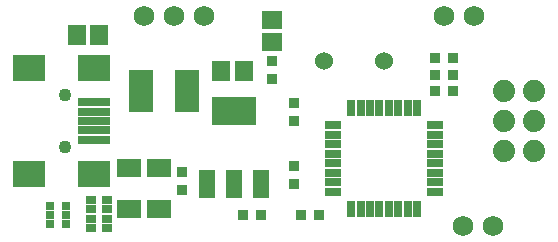
<source format=gts>
G75*
G70*
%OFA0B0*%
%FSLAX24Y24*%
%IPPOS*%
%LPD*%
%AMOC8*
5,1,8,0,0,1.08239X$1,22.5*
%
%ADD10R,0.0380X0.0380*%
%ADD11C,0.0600*%
%ADD12R,0.1064X0.0277*%
%ADD13R,0.1064X0.0867*%
%ADD14C,0.0434*%
%ADD15R,0.0789X0.0631*%
%ADD16R,0.0828X0.1419*%
%ADD17C,0.0740*%
%ADD18R,0.0592X0.0671*%
%ADD19R,0.0316X0.0277*%
%ADD20R,0.0316X0.0316*%
%ADD21R,0.0336X0.0277*%
%ADD22R,0.0300X0.0580*%
%ADD23R,0.0580X0.0300*%
%ADD24R,0.0560X0.0960*%
%ADD25R,0.1497X0.0946*%
%ADD26R,0.0671X0.0592*%
%ADD27C,0.0680*%
D10*
X006660Y002235D03*
X006660Y002835D03*
X008710Y001410D03*
X009310Y001410D03*
X010635Y001410D03*
X011235Y001410D03*
X010410Y002435D03*
X010410Y003035D03*
X010410Y004535D03*
X010410Y005135D03*
X009660Y005935D03*
X009660Y006535D03*
X015110Y006635D03*
X015710Y006635D03*
X015710Y006085D03*
X015110Y006085D03*
X015110Y005535D03*
X015710Y005535D03*
D11*
X013410Y006535D03*
X011410Y006535D03*
D12*
X003744Y005165D03*
X003744Y004850D03*
X003744Y004535D03*
X003744Y004220D03*
X003744Y003905D03*
D13*
X003744Y002763D03*
X001579Y002763D03*
X001579Y006307D03*
X003744Y006307D03*
D14*
X002760Y005401D03*
X002760Y003669D03*
D15*
X004910Y002954D03*
X005910Y002954D03*
X005910Y001616D03*
X004910Y001616D03*
D16*
X005292Y005535D03*
X006828Y005535D03*
D17*
X017410Y005535D03*
X018410Y005535D03*
X018410Y004535D03*
X017410Y004535D03*
X017410Y003535D03*
X018410Y003535D03*
D18*
X008734Y006210D03*
X007986Y006210D03*
X003909Y007410D03*
X003161Y007410D03*
D19*
X002259Y001115D03*
X002811Y001115D03*
X002811Y001705D03*
X002259Y001705D03*
D20*
X002259Y001410D03*
X002811Y001410D03*
D21*
X003644Y001278D03*
X004176Y001278D03*
X004176Y001592D03*
X003644Y001592D03*
X003644Y001907D03*
X004176Y001907D03*
X004176Y000963D03*
X003644Y000963D03*
D22*
X012308Y001595D03*
X012623Y001595D03*
X012938Y001595D03*
X013253Y001595D03*
X013567Y001595D03*
X013882Y001595D03*
X014197Y001595D03*
X014512Y001595D03*
X014512Y004975D03*
X014197Y004975D03*
X013882Y004975D03*
X013567Y004975D03*
X013253Y004975D03*
X012938Y004975D03*
X012623Y004975D03*
X012308Y004975D03*
D23*
X011720Y004387D03*
X011720Y004072D03*
X011720Y003757D03*
X011720Y003442D03*
X011720Y003128D03*
X011720Y002813D03*
X011720Y002498D03*
X011720Y002183D03*
X015100Y002183D03*
X015100Y002498D03*
X015100Y002813D03*
X015100Y003128D03*
X015100Y003442D03*
X015100Y003757D03*
X015100Y004072D03*
X015100Y004387D03*
D24*
X009320Y002440D03*
X008410Y002440D03*
X007500Y002440D03*
D25*
X008410Y004880D03*
D26*
X009660Y007161D03*
X009660Y007909D03*
D27*
X007410Y008035D03*
X006410Y008035D03*
X005410Y008035D03*
X015410Y008035D03*
X016410Y008035D03*
X016035Y001035D03*
X017035Y001035D03*
M02*

</source>
